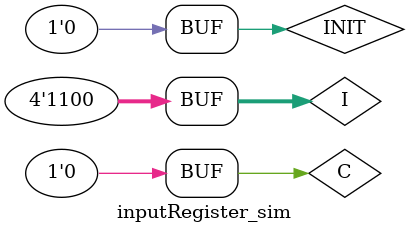
<source format=v>
`timescale 1ns / 1ps


module inputRegister_sim;

	// Inputs
	reg [3:0] I;
	reg C;
	reg INIT;

	// Outputs
	wire [3:0] O;

	// Instantiate the Unit Under Test (UUT)
	inputRegister uut (
		.I(I), 
		.C(C), 
		.INIT(INIT), 
		.O(O)
	);

	initial begin
		// Initialize Inputs
		I = 12;
		C = 0;
		INIT = 0;

		// Wait 100 ns for global reset to finish
		#100;
      
		// Add stimulus here

	#10 INIT = 1;
	#10 INIT = 0;
	#10 C = 1;
	#10 C = 0;

	end
      
endmodule


</source>
